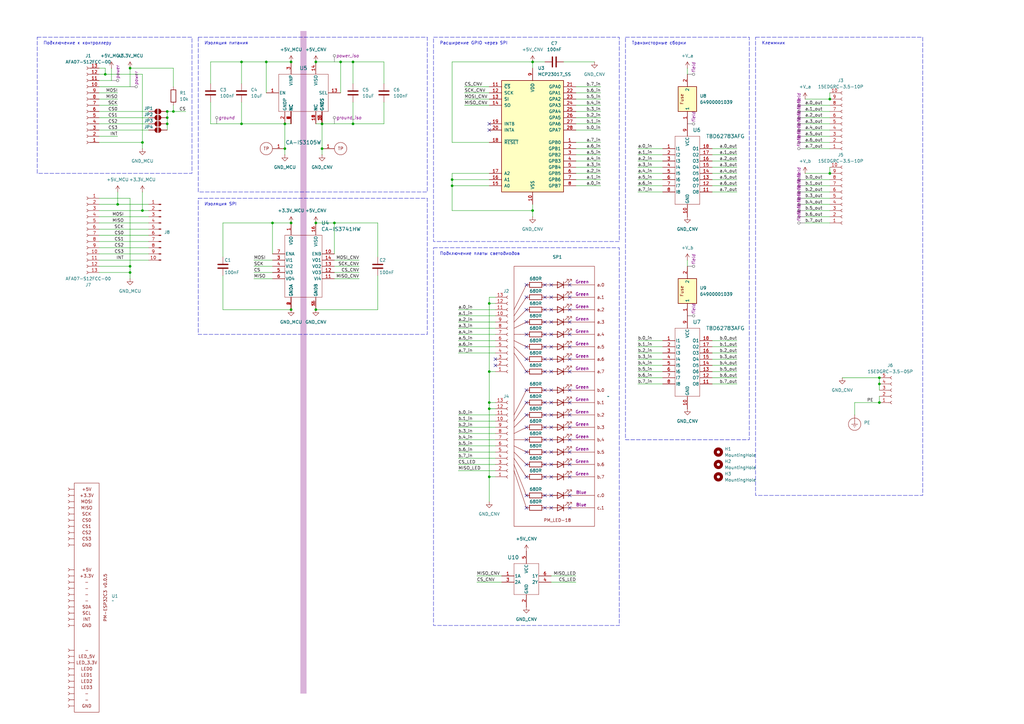
<source format=kicad_sch>
(kicad_sch (version 20250114) (generator "eeschema") (generator_version "9.0")
  (paper "A3")
  (title_block (title "${article} v${version}"))
  (rectangle (start 309.88 15.24) (end 378.46 203.2) (stroke (width 0) (type dash)))
  (rectangle (start 256.54 15.24) (end 307.34 180.34) (stroke (width 0) (type dash)))
  (rectangle (start 81.28 15.24) (end 175.26 78.74) (stroke (width 0) (type dash)))
  (rectangle (start 177.8 15.24) (end 254 99.06) (stroke (width 0) (type dash)))
  (rectangle (start 15.24 15.24) (end 78.74 71.12) (stroke (width 0) (type dash)))
  (rectangle (start 177.8 101.6) (end 254 256.54) (stroke (width 0) (type dash)))
  (rectangle (start 81.28 81.28) (end 175.26 137.16) (stroke (width 0) (type dash)))
  (rectangle (start 123.19 12.7) (end 125.73 284.48) (stroke (width -0.0001) (type dot) (color 72 0 0 0.68)) (fill (type color) (color 132 0 132 0.3)))
  (text "Изоляция SPI" (at 83.82 83.82 0) (effects (font (size 1.27 1.27)) (justify left)))
  (text "Расширение GPIO через SPI" (at 180.34 17.78 0) (effects (font (size 1.27 1.27)) (justify left)))
  (text "Подключение к контроллеру" (at 17.78 17.78 0) (effects (font (size 1.27 1.27)) (justify left)))
  (text "Транзисторные сборки" (at 259.08 17.78 0) (effects (font (size 1.27 1.27)) (justify left)))
  (text "Подключение платы светодиодов" (at 180.34 104.14 0) (effects (font (size 1.27 1.27)) (justify left)))
  (text "Клеммник" (at 312.42 17.78 0) (effects (font (size 1.27 1.27)) (justify left)))
  (text "Изоляция питания" (at 83.82 17.78 0) (effects (font (size 1.27 1.27)) (justify left)))
  (junction (at 137.16 91.44))
  (junction (at 218.44 86.36))
  (junction (at 360.68 157.48))
  (junction (at 200.66 165.1))
  (junction (at 360.68 154.94))
  (junction (at 340.36 71.12))
  (junction (at 218.44 25.4))
  (junction (at 111.76 91.44))
  (junction (at 340.36 40.64))
  (junction (at 71.12 45.72))
  (junction (at 119.38 25.4))
  (junction (at 58.42 86.36))
  (junction (at 185.42 76.2))
  (junction (at 144.78 50.8))
  (junction (at 200.66 167.64))
  (junction (at 68.58 48.26))
  (junction (at 132.08 60.96))
  (junction (at 58.42 58.42))
  (junction (at 53.34 27.94))
  (junction (at 200.66 124.46))
  (junction (at 116.84 60.96))
  (junction (at 200.66 195.58))
  (junction (at 139.7 25.4))
  (junction (at 116.84 50.8))
  (junction (at 144.78 25.4))
  (junction (at 53.34 109.22))
  (junction (at 129.54 25.4))
  (junction (at 119.38 91.44))
  (junction (at 119.38 127))
  (junction (at 53.34 111.76))
  (junction (at 109.22 25.4))
  (junction (at 185.42 73.66))
  (junction (at 99.06 25.4))
  (junction (at 129.54 91.44))
  (junction (at 48.26 83.82))
  (junction (at 43.18 30.48))
  (junction (at 99.06 50.8))
  (junction (at 200.66 152.4))
  (junction (at 68.58 45.72))
  (junction (at 132.08 50.8))
  (junction (at 68.58 50.8))
  (junction (at 360.68 165.1))
  (junction (at 129.54 127))
  (no_connect (at 233.68 170.18))
  (no_connect (at 226.06 180.34))
  (no_connect (at 215.9 137.16))
  (no_connect (at 223.52 127))
  (no_connect (at 215.9 190.5))
  (no_connect (at 226.06 175.26))
  (no_connect (at 223.52 121.92))
  (no_connect (at 233.68 132.08))
  (no_connect (at 215.9 203.2))
  (no_connect (at 223.52 142.24))
  (no_connect (at 223.52 185.42))
  (no_connect (at 226.06 132.08))
  (no_connect (at 215.9 175.26))
  (no_connect (at 233.68 116.84))
  (no_connect (at 223.52 137.16))
  (no_connect (at 233.68 180.34))
  (no_connect (at 215.9 147.32))
  (no_connect (at 203.2 149.86))
  (no_connect (at 215.9 170.18))
  (no_connect (at 203.2 147.32))
  (no_connect (at 215.9 152.4))
  (no_connect (at 233.68 147.32))
  (no_connect (at 226.06 185.42))
  (no_connect (at 215.9 185.42))
  (no_connect (at 226.06 147.32))
  (no_connect (at 215.9 142.24))
  (no_connect (at 226.06 170.18))
  (no_connect (at 226.06 137.16))
  (no_connect (at 223.52 195.58))
  (no_connect (at 233.68 160.02))
  (no_connect (at 233.68 175.26))
  (no_connect (at 223.52 180.34))
  (no_connect (at 226.06 190.5))
  (no_connect (at 233.68 190.5))
  (no_connect (at 226.06 208.28))
  (no_connect (at 233.68 137.16))
  (no_connect (at 223.52 165.1))
  (no_connect (at 223.52 175.26))
  (no_connect (at 226.06 121.92))
  (no_connect (at 226.06 116.84))
  (no_connect (at 226.06 152.4))
  (no_connect (at 233.68 152.4))
  (no_connect (at 215.9 160.02))
  (no_connect (at 226.06 127))
  (no_connect (at 233.68 142.24))
  (no_connect (at 223.52 132.08))
  (no_connect (at 215.9 208.28))
  (no_connect (at 215.9 165.1))
  (no_connect (at 215.9 127))
  (no_connect (at 233.68 208.28))
  (no_connect (at 200.66 50.8))
  (no_connect (at 200.66 53.34))
  (no_connect (at 223.52 190.5))
  (no_connect (at 223.52 208.28))
  (no_connect (at 215.9 180.34))
  (no_connect (at 226.06 203.2))
  (no_connect (at 233.68 195.58))
  (no_connect (at 233.68 165.1))
  (no_connect (at 226.06 142.24))
  (no_connect (at 223.52 116.84))
  (no_connect (at 215.9 195.58))
  (no_connect (at 223.52 203.2))
  (no_connect (at 233.68 185.42))
  (no_connect (at 223.52 152.4))
  (no_connect (at 226.06 165.1))
  (no_connect (at 233.68 203.2))
  (no_connect (at 226.06 160.02))
  (no_connect (at 215.9 121.92))
  (no_connect (at 226.06 195.58))
  (no_connect (at 215.9 116.84))
  (no_connect (at 223.52 160.02))
  (no_connect (at 233.68 121.92))
  (no_connect (at 223.52 170.18))
  (no_connect (at 233.68 127))
  (no_connect (at 223.52 147.32))
  (no_connect (at 215.9 132.08))
  (wire (pts (xy 203.2 124.46) (xy 200.66 124.46)))
  (wire (pts (xy 246.38 35.56) (xy 236.22 35.56)))
  (wire (pts (xy 132.08 63.5) (xy 132.08 60.96)))
  (wire (pts (xy 246.38 38.1) (xy 236.22 38.1)))
  (wire (pts (xy 86.36 34.29) (xy 86.36 25.4)))
  (wire (pts (xy 302.26 152.4) (xy 292.1 152.4)))
  (wire (pts (xy 330.2 86.36) (xy 340.36 86.36)))
  (wire (pts (xy 302.26 78.74) (xy 292.1 78.74)))
  (wire (pts (xy 203.2 175.26) (xy 187.96 175.26)))
  (wire (pts (xy 104.14 111.76) (xy 111.76 111.76)))
  (wire (pts (xy 40.64 38.1) (xy 48.26 38.1)))
  (wire (pts (xy 203.2 185.42) (xy 187.96 185.42)))
  (wire (pts (xy 246.38 45.72) (xy 236.22 45.72)))
  (wire (pts (xy 137.16 114.3) (xy 147.32 114.3)))
  (wire (pts (xy 203.2 187.96) (xy 187.96 187.96)))
  (wire (pts (xy 185.42 25.4) (xy 218.44 25.4)))
  (wire (pts (xy 360.68 154.94) (xy 360.68 157.48)))
  (wire (pts (xy 218.44 88.9) (xy 218.44 86.36)))
  (wire (pts (xy 246.38 66.04) (xy 236.22 66.04)))
  (wire (pts (xy 71.12 35.56) (xy 71.12 27.94)))
  (wire (pts (xy 281.94 106.68) (xy 281.94 109.22)))
  (wire (pts (xy 40.64 109.22) (xy 53.34 109.22)))
  (wire (pts (xy 91.44 127) (xy 119.38 127)))
  (wire (pts (xy 104.14 109.22) (xy 111.76 109.22)))
  (wire (pts (xy 58.42 78.74) (xy 58.42 86.36)))
  (wire (pts (xy 111.76 91.44) (xy 111.76 104.14)))
  (wire (pts (xy 116.84 63.5) (xy 116.84 60.96)))
  (wire (pts (xy 104.14 114.3) (xy 111.76 114.3)))
  (wire (pts (xy 137.16 109.22) (xy 147.32 109.22)))
  (wire (pts (xy 99.06 34.29) (xy 99.06 25.4)))
  (wire (pts (xy 246.38 71.12) (xy 236.22 71.12)))
  (wire (pts (xy 345.44 154.94) (xy 360.68 154.94)))
  (wire (pts (xy 48.26 83.82) (xy 60.96 83.82)))
  (wire (pts (xy 205.74 236.22) (xy 195.58 236.22)))
  (wire (pts (xy 71.12 43.18) (xy 71.12 45.72)))
  (wire (pts (xy 58.42 86.36) (xy 40.64 86.36)))
  (wire (pts (xy 119.38 91.44) (xy 111.76 91.44)))
  (wire (pts (xy 40.64 58.42) (xy 58.42 58.42)))
  (wire (pts (xy 261.62 152.4) (xy 271.78 152.4)))
  (wire (pts (xy 71.12 45.72) (xy 76.2 45.72)))
  (wire (pts (xy 187.96 193.04) (xy 203.2 193.04)))
  (wire (pts (xy 104.14 106.68) (xy 111.76 106.68)))
  (wire (pts (xy 203.2 172.72) (xy 187.96 172.72)))
  (wire (pts (xy 48.26 78.74) (xy 48.26 83.82)))
  (wire (pts (xy 330.2 78.74) (xy 340.36 78.74)))
  (wire (pts (xy 261.62 139.7) (xy 271.78 139.7)))
  (wire (pts (xy 53.34 114.3) (xy 53.34 111.76)))
  (wire (pts (xy 246.38 50.8) (xy 236.22 50.8)))
  (wire (pts (xy 185.42 73.66) (xy 185.42 76.2)))
  (wire (pts (xy 157.48 50.8) (xy 144.78 50.8)))
  (wire (pts (xy 68.58 48.26) (xy 68.58 50.8)))
  (wire (pts (xy 40.64 53.34) (xy 60.96 53.34)))
  (wire (pts (xy 200.66 121.92) (xy 203.2 121.92)))
  (wire (pts (xy 203.2 177.8) (xy 187.96 177.8)))
  (wire (pts (xy 58.42 58.42) (xy 58.42 60.96)))
  (wire (pts (xy 40.64 45.72) (xy 60.96 45.72)))
  (wire (pts (xy 261.62 78.74) (xy 271.78 78.74)))
  (wire (pts (xy 203.2 182.88) (xy 187.96 182.88)))
  (wire (pts (xy 99.06 41.91) (xy 99.06 50.8)))
  (wire (pts (xy 218.44 25.4) (xy 223.52 25.4)))
  (wire (pts (xy 302.26 63.5) (xy 292.1 63.5)))
  (wire (pts (xy 109.22 25.4) (xy 119.38 25.4)))
  (wire (pts (xy 132.08 60.96) (xy 132.08 50.8)))
  (wire (pts (xy 246.38 58.42) (xy 236.22 58.42)))
  (wire (pts (xy 302.26 157.48) (xy 292.1 157.48)))
  (wire (pts (xy 200.66 43.18) (xy 190.5 43.18)))
  (wire (pts (xy 139.7 38.1) (xy 139.7 25.4)))
  (wire (pts (xy 302.26 142.24) (xy 292.1 142.24)))
  (wire (pts (xy 86.36 50.8) (xy 99.06 50.8)))
  (wire (pts (xy 40.64 104.14) (xy 60.96 104.14)))
  (wire (pts (xy 261.62 154.94) (xy 271.78 154.94)))
  (wire (pts (xy 226.06 236.22) (xy 236.22 236.22)))
  (wire (pts (xy 200.66 58.42) (xy 185.42 58.42)))
  (wire (pts (xy 246.38 53.34) (xy 236.22 53.34)))
  (wire (pts (xy 330.2 83.82) (xy 340.36 83.82)))
  (wire (pts (xy 91.44 113.03) (xy 91.44 127)))
  (wire (pts (xy 340.36 68.58) (xy 340.36 71.12)))
  (wire (pts (xy 68.58 45.72) (xy 71.12 45.72)))
  (wire (pts (xy 58.42 86.36) (xy 60.96 86.36)))
  (wire (pts (xy 302.26 154.94) (xy 292.1 154.94)))
  (wire (pts (xy 116.84 50.8) (xy 119.38 50.8)))
  (wire (pts (xy 40.64 101.6) (xy 60.96 101.6)))
  (wire (pts (xy 330.2 58.42) (xy 340.36 58.42)))
  (wire (pts (xy 200.66 121.92) (xy 200.66 124.46)))
  (wire (pts (xy 218.44 83.82) (xy 218.44 86.36)))
  (wire (pts (xy 144.78 25.4) (xy 139.7 25.4)))
  (wire (pts (xy 302.26 76.2) (xy 292.1 76.2)))
  (wire (pts (xy 116.84 60.96) (xy 116.84 50.8)))
  (wire (pts (xy 330.2 55.88) (xy 340.36 55.88)))
  (wire (pts (xy 91.44 91.44) (xy 111.76 91.44)))
  (wire (pts (xy 246.38 40.64) (xy 236.22 40.64)))
  (wire (pts (xy 302.26 139.7) (xy 292.1 139.7)))
  (wire (pts (xy 261.62 66.04) (xy 271.78 66.04)))
  (wire (pts (xy 137.16 106.68) (xy 147.32 106.68)))
  (wire (pts (xy 246.38 43.18) (xy 236.22 43.18)))
  (wire (pts (xy 40.64 106.68) (xy 60.96 106.68)))
  (wire (pts (xy 68.58 45.72) (xy 68.58 48.26)))
  (wire (pts (xy 68.58 50.8) (xy 68.58 53.34)))
  (wire (pts (xy 360.68 165.1) (xy 350.52 165.1)))
  (wire (pts (xy 185.42 73.66) (xy 200.66 73.66)))
  (wire (pts (xy 261.62 63.5) (xy 271.78 63.5)))
  (wire (pts (xy 48.26 83.82) (xy 40.64 83.82)))
  (wire (pts (xy 302.26 73.66) (xy 292.1 73.66)))
  (wire (pts (xy 154.94 127) (xy 129.54 127)))
  (wire (pts (xy 330.2 71.12) (xy 340.36 71.12)))
  (wire (pts (xy 261.62 68.58) (xy 271.78 68.58)))
  (wire (pts (xy 185.42 76.2) (xy 185.42 86.36)))
  (wire (pts (xy 53.34 27.94) (xy 53.34 35.56)))
  (wire (pts (xy 330.2 73.66) (xy 340.36 73.66)))
  (wire (pts (xy 246.38 63.5) (xy 236.22 63.5)))
  (wire (pts (xy 302.26 144.78) (xy 292.1 144.78)))
  (wire (pts (xy 330.2 45.72) (xy 340.36 45.72)))
  (wire (pts (xy 71.12 27.94) (xy 53.34 27.94)))
  (wire (pts (xy 203.2 165.1) (xy 200.66 165.1)))
  (wire (pts (xy 40.64 30.48) (xy 43.18 30.48)))
  (wire (pts (xy 53.34 81.28) (xy 53.34 109.22)))
  (wire (pts (xy 43.18 30.48) (xy 58.42 30.48)))
  (wire (pts (xy 40.64 50.8) (xy 60.96 50.8)))
  (wire (pts (xy 109.22 38.1) (xy 109.22 25.4)))
  (wire (pts (xy 185.42 71.12) (xy 185.42 73.66)))
  (wire (pts (xy 200.66 71.12) (xy 185.42 71.12)))
  (wire (pts (xy 203.2 195.58) (xy 200.66 195.58)))
  (wire (pts (xy 99.06 25.4) (xy 109.22 25.4)))
  (wire (pts (xy 330.2 76.2) (xy 340.36 76.2)))
  (wire (pts (xy 43.18 27.94) (xy 43.18 30.48)))
  (wire (pts (xy 246.38 76.2) (xy 236.22 76.2)))
  (wire (pts (xy 40.64 93.98) (xy 60.96 93.98)))
  (wire (pts (xy 302.26 149.86) (xy 292.1 149.86)))
  (wire (pts (xy 40.64 48.26) (xy 60.96 48.26)))
  (wire (pts (xy 154.94 113.03) (xy 154.94 127)))
  (wire (pts (xy 200.66 35.56) (xy 190.5 35.56)))
  (wire (pts (xy 340.36 38.1) (xy 340.36 40.64)))
  (wire (pts (xy 360.68 157.48) (xy 360.68 160.02)))
  (wire (pts (xy 360.68 162.56) (xy 360.68 165.1)))
  (wire (pts (xy 40.64 91.44) (xy 60.96 91.44)))
  (wire (pts (xy 203.2 142.24) (xy 187.96 142.24)))
  (wire (pts (xy 157.48 41.91) (xy 157.48 50.8)))
  (wire (pts (xy 137.16 91.44) (xy 129.54 91.44)))
  (wire (pts (xy 302.26 60.96) (xy 292.1 60.96)))
  (wire (pts (xy 281.94 27.94) (xy 281.94 30.48)))
  (wire (pts (xy 40.64 111.76) (xy 53.34 111.76)))
  (wire (pts (xy 58.42 30.48) (xy 58.42 58.42)))
  (wire (pts (xy 200.66 124.46) (xy 200.66 152.4)))
  (wire (pts (xy 203.2 134.62) (xy 187.96 134.62)))
  (wire (pts (xy 205.74 238.76) (xy 195.58 238.76)))
  (wire (pts (xy 203.2 144.78) (xy 187.96 144.78)))
  (wire (pts (xy 203.2 139.7) (xy 187.96 139.7)))
  (wire (pts (xy 40.64 33.02) (xy 45.72 33.02)))
  (wire (pts (xy 144.78 34.29) (xy 144.78 25.4)))
  (wire (pts (xy 302.26 66.04) (xy 292.1 66.04)))
  (wire (pts (xy 203.2 152.4) (xy 200.66 152.4)))
  (wire (pts (xy 137.16 104.14) (xy 137.16 91.44)))
  (wire (pts (xy 200.66 152.4) (xy 200.66 165.1)))
  (wire (pts (xy 185.42 58.42) (xy 185.42 25.4)))
  (wire (pts (xy 261.62 142.24) (xy 271.78 142.24)))
  (wire (pts (xy 40.64 99.06) (xy 60.96 99.06)))
  (wire (pts (xy 40.64 55.88) (xy 48.26 55.88)))
  (wire (pts (xy 203.2 132.08) (xy 187.96 132.08)))
  (wire (pts (xy 40.64 88.9) (xy 60.96 88.9)))
  (wire (pts (xy 144.78 41.91) (xy 144.78 50.8)))
  (wire (pts (xy 246.38 60.96) (xy 236.22 60.96)))
  (wire (pts (xy 203.2 180.34) (xy 187.96 180.34)))
  (wire (pts (xy 261.62 60.96) (xy 271.78 60.96)))
  (wire (pts (xy 86.36 25.4) (xy 99.06 25.4)))
  (wire (pts (xy 261.62 144.78) (xy 271.78 144.78)))
  (wire (pts (xy 302.26 71.12) (xy 292.1 71.12)))
  (wire (pts (xy 330.2 43.18) (xy 340.36 43.18)))
  (wire (pts (xy 302.26 68.58) (xy 292.1 68.58)))
  (wire (pts (xy 203.2 137.16) (xy 187.96 137.16)))
  (wire (pts (xy 246.38 48.26) (xy 236.22 48.26)))
  (wire (pts (xy 144.78 50.8) (xy 132.08 50.8)))
  (wire (pts (xy 40.64 27.94) (xy 43.18 27.94)))
  (wire (pts (xy 203.2 167.64) (xy 200.66 167.64)))
  (wire (pts (xy 261.62 73.66) (xy 271.78 73.66)))
  (wire (pts (xy 99.06 50.8) (xy 116.84 50.8)))
  (wire (pts (xy 261.62 149.86) (xy 271.78 149.86)))
  (wire (pts (xy 261.62 76.2) (xy 271.78 76.2)))
  (wire (pts (xy 330.2 91.44) (xy 340.36 91.44)))
  (wire (pts (xy 154.94 105.41) (xy 154.94 91.44)))
  (wire (pts (xy 261.62 147.32) (xy 271.78 147.32)))
  (wire (pts (xy 261.62 157.48) (xy 271.78 157.48)))
  (wire (pts (xy 185.42 76.2) (xy 200.66 76.2)))
  (wire (pts (xy 330.2 53.34) (xy 340.36 53.34)))
  (wire (pts (xy 45.72 27.94) (xy 45.72 33.02)))
  (wire (pts (xy 330.2 88.9) (xy 340.36 88.9)))
  (wire (pts (xy 91.44 105.41) (xy 91.44 91.44)))
  (wire (pts (xy 330.2 50.8) (xy 340.36 50.8)))
  (wire (pts (xy 40.64 40.64) (xy 48.26 40.64)))
  (wire (pts (xy 200.66 195.58) (xy 200.66 205.74)))
  (wire (pts (xy 200.66 38.1) (xy 190.5 38.1)))
  (wire (pts (xy 200.66 165.1) (xy 200.66 167.64)))
  (wire (pts (xy 261.62 71.12) (xy 271.78 71.12)))
  (wire (pts (xy 243.84 25.4) (xy 231.14 25.4)))
  (wire (pts (xy 203.2 127) (xy 187.96 127)))
  (wire (pts (xy 139.7 25.4) (xy 129.54 25.4)))
  (wire (pts (xy 218.44 25.4) (xy 218.44 27.94)))
  (wire (pts (xy 154.94 91.44) (xy 137.16 91.44)))
  (wire (pts (xy 187.96 190.5) (xy 203.2 190.5)))
  (wire (pts (xy 218.44 86.36) (xy 185.42 86.36)))
  (wire (pts (xy 86.36 41.91) (xy 86.36 50.8)))
  (wire (pts (xy 330.2 81.28) (xy 340.36 81.28)))
  (wire (pts (xy 200.66 167.64) (xy 200.66 195.58)))
  (wire (pts (xy 302.26 147.32) (xy 292.1 147.32)))
  (wire (pts (xy 330.2 60.96) (xy 340.36 60.96)))
  (wire (pts (xy 203.2 170.18) (xy 187.96 170.18)))
  (wire (pts (xy 40.64 96.52) (xy 60.96 96.52)))
  (wire (pts (xy 203.2 129.54) (xy 187.96 129.54)))
  (wire (pts (xy 40.64 81.28) (xy 53.34 81.28)))
  (wire (pts (xy 246.38 73.66) (xy 236.22 73.66)))
  (wire (pts (xy 129.54 50.8) (xy 132.08 50.8)))
  (wire (pts (xy 226.06 238.76) (xy 236.22 238.76)))
  (wire (pts (xy 330.2 40.64) (xy 340.36 40.64)))
  (wire (pts (xy 137.16 111.76) (xy 147.32 111.76)))
  (wire (pts (xy 157.48 34.29) (xy 157.48 25.4)))
  (wire (pts (xy 246.38 68.58) (xy 236.22 68.58)))
  (wire (pts (xy 330.2 48.26) (xy 340.36 48.26)))
  (wire (pts (xy 40.64 35.56) (xy 53.34 35.56)))
  (wire (pts (xy 53.34 111.76) (xy 53.34 109.22)))
  (wire (pts (xy 157.48 25.4) (xy 144.78 25.4)))
  (wire (pts (xy 200.66 40.64) (xy 190.5 40.64)))
  (wire (pts (xy 40.64 43.18) (xy 48.26 43.18)))
  (wire (pts (xy 350.52 165.1) (xy 350.52 170.18)))
  (label "CS_LED" (at 236.22 238.76 180))
  (label "b.6_out" (at 330.2 88.9 0))
  (label "a.0_out" (at 302.26 60.96 180))
  (label "CS3" (at 50.8 104.14 180))
  (label "b.6_out" (at 302.26 154.94 180))
  (label "SCK" (at 50.8 93.98 180))
  (label "b.4_out" (at 330.2 83.82 0))
  (label "MISO_LED" (at 187.96 193.04 0))
  (label "a.5_out" (at 302.26 73.66 180))
  (label "MOSI_CNV" (at 147.32 106.68 180))
  (label "a.7_out" (at 302.26 78.74 180))
  (label "CS1" (at 50.8 99.06 180))
  (label "b.0_in" (at 261.62 139.7 0))
  (label "MISO_CNV" (at 147.32 114.3 180))
  (label "a.1_in" (at 187.96 129.54 0))
  (label "b.4_in" (at 261.62 149.86 0))
  (label "b.1_in" (at 261.62 142.24 0))
  (label "a.4_in" (at 246.38 66.04 180))
  (label "CS_CNV" (at 195.58 238.76 0))
  (label "MOSI" (at 48.26 38.1 180))
  (label "CS" (at 76.2 45.72 180))
  (label "b.6_in" (at 246.38 38.1 180))
  (label "a.4_in" (at 261.62 71.12 0))
  (label "b.3_out" (at 302.26 147.32 180))
  (label "a.7_in" (at 261.62 78.74 0))
  (label "a.2_out" (at 330.2 48.26 0))
  (label "a.6_out" (at 330.2 58.42 0))
  (label "a.7_in" (at 246.38 58.42 180))
  (label "a.4_out" (at 302.26 71.12 180))
  (label "b.6_in" (at 187.96 185.42 0))
  (label "b.3_in" (at 187.96 177.8 0))
  (label "b.7_out" (at 302.26 157.48 180))
  (label "a.3_in" (at 261.62 68.58 0))
  (label "MOSI" (at 104.14 106.68 0))
  (label "b.0_out" (at 330.2 73.66 0))
  (label "a.5_out" (at 330.2 55.88 0))
  (label "b.4_in" (at 246.38 43.18 180))
  (label "a.0_in" (at 246.38 76.2 180))
  (label "b.4_out" (at 302.26 149.86 180))
  (label "PE" (at 355.6 165.1 0))
  (label "CS3" (at 48.26 53.34 180))
  (label "b.4_in" (at 187.96 180.34 0))
  (label "b.3_in" (at 246.38 45.72 180))
  (label "a.2_in" (at 246.38 71.12 180))
  (label "b.2_out" (at 330.2 78.74 0))
  (label "SCK_CNV" (at 147.32 109.22 180))
  (label "MISO" (at 48.26 40.64 180))
  (label "CS2" (at 48.26 50.8 180))
  (label "b.0_in" (at 246.38 53.34 180))
  (label "a.0_out" (at 330.2 43.18 0))
  (label "b.1_in" (at 246.38 50.8 180))
  (label "a.6_in" (at 261.62 76.2 0))
  (label "a.2_in" (at 187.96 132.08 0))
  (label "a.3_in" (at 187.96 134.62 0))
  (label "a.1_in" (at 261.62 63.5 0))
  (label "a.6_in" (at 187.96 142.24 0))
  (label "a.2_out" (at 302.26 66.04 180))
  (label "CS" (at 104.14 111.76 0))
  (label "CS2" (at 50.8 101.6 180))
  (label "a.5_in" (at 261.62 73.66 0))
  (label "MOSI" (at 50.8 88.9 180))
  (label "b.0_in" (at 187.96 170.18 0))
  (label "a.3_out" (at 302.26 68.58 180))
  (label "a.5_in" (at 187.96 139.7 0))
  (label "MISO_LED" (at 236.22 236.22 180))
  (label "CS0" (at 48.26 45.72 180))
  (label "a.0_in" (at 261.62 60.96 0))
  (label "MOSI_CNV" (at 190.5 40.64 0))
  (label "INT" (at 50.8 106.68 180))
  (label "b.5_out" (at 302.26 152.4 180))
  (label "b.7_in" (at 261.62 157.48 0))
  (label "b.1_out" (at 330.2 76.2 0))
  (label "b.5_in" (at 261.62 152.4 0))
  (label "b.5_in" (at 187.96 182.88 0))
  (label "b.1_in" (at 187.96 172.72 0))
  (label "a.1_out" (at 302.26 63.5 180))
  (label "a.1_in" (at 246.38 73.66 180))
  (label "b.7_out" (at 330.2 91.44 0))
  (label "CS0" (at 50.8 96.52 180))
  (label "INT" (at 48.26 55.88 180))
  (label "a.7_out" (at 330.2 60.96 0))
  (label "a.6_out" (at 302.26 76.2 180))
  (label "MISO" (at 104.14 114.3 0))
  (label "a.3_in" (at 246.38 68.58 180))
  (label "a.1_out" (at 330.2 45.72 0))
  (label "b.1_out" (at 302.26 142.24 180))
  (label "CS1" (at 48.26 48.26 180))
  (label "b.3_in" (at 261.62 147.32 0))
  (label "b.5_in" (at 246.38 40.64 180))
  (label "b.7_in" (at 246.38 35.56 180))
  (label "CS_CNV" (at 190.5 35.56 0))
  (label "b.6_in" (at 261.62 154.94 0))
  (label "b.2_in" (at 187.96 175.26 0))
  (label "b.2_out" (at 302.26 144.78 180))
  (label "SCK" (at 104.14 109.22 0))
  (label "CS_CNV" (at 147.32 111.76 180))
  (label "a.2_in" (at 261.62 66.04 0))
  (label "CS_LED" (at 187.96 190.5 0))
  (label "a.7_in" (at 187.96 144.78 0))
  (label "a.0_in" (at 187.96 127 0))
  (label "a.3_out" (at 330.2 50.8 0))
  (label "MISO_CNV" (at 195.58 236.22 0))
  (label "b.0_out" (at 302.26 139.7 180))
  (label "a.4_in" (at 187.96 137.16 0))
  (label "SCK_CNV" (at 190.5 38.1 0))
  (label "SCK" (at 48.26 43.18 180))
  (label "b.5_out" (at 330.2 86.36 0))
  (label "a.5_in" (at 246.38 63.5 180))
  (label "b.2_in" (at 261.62 144.78 0))
  (label "b.2_in" (at 246.38 48.26 180))
  (label "a.6_in" (at 246.38 60.96 180))
  (label "b.7_in" (at 187.96 187.96 0))
  (label "MISO" (at 50.8 91.44 180))
  (label "a.4_out" (at 330.2 53.34 0))
  (label "MISO_CNV" (at 190.5 43.18 0))
  (label "b.3_out" (at 330.2 81.28 0))
  (netclass_flag "" (length 2.54) (shape round) (at 281.94 30.48 270) (property "Netclass" "field" (at 284.48 29.7815 90) (effects (font (italic yes)) (justify left))))
  (netclass_flag "" (length 2.54) (shape round) (at 137.16 25.4 0) (property "Netclass" "power_iso" (at 137.8585 22.86 0) (effects (font (italic yes)) (justify left))))
  (netclass_flag "" (length 2.54) (shape round) (at 330.2 45.72 90) (property "Netclass" "field" (at 327.66 45.0215 90) (effects (font (italic yes)) (justify left))))
  (netclass_flag "" (length 2.54) (shape round) (at 281.94 50.8 270) (property "Netclass" "field" (at 284.48 50.1015 90) (effects (font (italic yes)) (justify left))))
  (netclass_flag "" (length 2.54) (shape round) (at 330.2 43.18 90) (property "Netclass" "field" (at 327.66 42.4815 90) (effects (font (italic yes)) (justify left))))
  (netclass_flag "" (length 2.54) (shape round) (at 330.2 91.44 90) (property "Netclass" "field" (at 327.66 90.7415 90) (effects (font (italic yes)) (justify left))))
  (netclass_flag "" (length 2.54) (shape round) (at 137.16 50.8 0) (property "Netclass" "ground_iso" (at 137.8585 48.26 0) (effects (font (italic yes)) (justify left))))
  (netclass_flag "" (length 2.54) (shape round) (at 330.2 73.66 90) (property "Netclass" "field" (at 327.66 72.9615 90) (effects (font (italic yes)) (justify left))))
  (netclass_flag "" (length 2.54) (shape round) (at 330.2 60.96 90) (property "Netclass" "field" (at 327.66 60.2615 90) (effects (font (italic yes)) (justify left))))
  (netclass_flag "" (length 2.54) (shape round) (at 330.2 83.82 90) (property "Netclass" "field" (at 327.66 83.1215 90) (effects (font (italic yes)) (justify left))))
  (netclass_flag "" (length 2.54) (shape round) (at 53.34 35.56 270) (property "Netclass" "power" (at 55.88 34.8615 90) (effects (font (italic yes)) (justify left))))
  (netclass_flag "" (length 2.54) (shape round) (at 330.2 48.26 90) (property "Netclass" "field" (at 327.66 47.5615 90) (effects (font (italic yes)) (justify left))))
  (netclass_flag "" (length 2.54) (shape round) (at 330.2 81.28 90) (property "Netclass" "field" (at 327.66 80.5815 90) (effects (font (italic yes)) (justify left))))
  (netclass_flag "" (length 2.54) (shape round) (at 88.9 50.8 0) (property "Netclass" "ground" (at 89.5985 48.26 0) (effects (font (italic yes)) (justify left))))
  (netclass_flag "" (length 2.54) (shape round) (at 281.94 109.22 270) (property "Netclass" "field" (at 284.48 108.5215 90) (effects (font (italic yes)) (justify left))))
  (netclass_flag "" (length 2.54) (shape round) (at 45.72 33.02 270) (property "Netclass" "power" (at 48.26 32.3215 90) (effects (font (italic yes)) (justify left))))
  (netclass_flag "" (length 2.54) (shape round) (at 330.2 88.9 90) (property "Netclass" "field" (at 327.66 88.2015 90) (effects (font (italic yes)) (justify left))))
  (netclass_flag "" (length 2.54) (shape round) (at 330.2 86.36 90) (property "Netclass" "field" (at 327.66 85.6615 90) (effects (font (italic yes)) (justify left))))
  (netclass_flag "" (length 2.54) (shape round) (at 330.2 76.2 90) (property "Netclass" "field" (at 327.66 75.5015 90) (effects (font (italic yes)) (justify left))))
  (netclass_flag "" (length 2.54) (shape round) (at 330.2 78.74 90) (property "Netclass" "field" (at 327.66 78.0415 90) (effects (font (italic yes)) (justify left))))
  (netclass_flag "" (length 2.54) (shape round) (at 281.94 129.54 270) (property "Netclass" "field" (at 284.48 128.8415 90) (effects (font (italic yes)) (justify left))))
  (netclass_flag "" (length 2.54) (shape round) (at 330.2 53.34 90) (property "Netclass" "field" (at 327.66 52.6415 90) (effects (font (italic yes)) (justify left))))
  (netclass_flag "" (length 2.54) (shape round) (at 330.2 58.42 90) (property "Netclass" "field" (at 327.66 57.7215 90) (effects (font (italic yes)) (justify left))))
  (netclass_flag "" (length 2.54) (shape round) (at 330.2 50.8 90) (property "Netclass" "field" (at 327.66 50.1015 90) (effects (font (italic yes)) (justify left))))
  (netclass_flag "" (length 2.54) (shape round) (at 330.2 55.88 90) (property "Netclass" "field" (at 327.66 55.1815 90) (effects (font (italic yes)) (justify left))))
  (symbol (lib_id "power:GND") (at 200.66 205.74 0) (unit 1)
    (property "Reference" "#PWR020" (effects (hide yes)))
    (property "Value" "GND_CNV" (at 200.66 210.82 0))
    (property "Description" "Power symbol creates a global label with name \"GND\" , ground" (effects (hide yes)))
  )
  (symbol (lib_id "kicad_inventree_lib:R_680R_0603_1%") (at 219.71 165.1 90) (unit 1) (on_board no)
    (property "Reference" "R11" (effects (hide yes)))
    (property "Value" "680R" (at 219.71 162.56 90))
    (property "Footprint" "Resistor_SMD:R_0603_1608Metric" (effects (hide yes)))
    (property "Datasheet" "http://inventree.network/part/281/" (effects (hide yes)))
    (property "Description" "Resistor" (effects (hide yes)))
    (property "part_ipn" "R_680R_0603_1%" (effects (hide yes)))
  )
  (symbol (lib_id "power:+3.3V") (at 119.38 91.44 0) (unit 1)
    (property "Reference" "#PWR09" (effects (hide yes)))
    (property "Value" "+3.3V_MCU" (at 119.38 86.36 0))
    (property "Description" "Power symbol creates a global label with name \"+3.3V\"" (effects (hide yes)))
  )
  (symbol (lib_id "Jumper:SolderJumper_2_Open") (at 64.77 45.72 0) (unit 1) (exclude_from_sim yes) (in_bom no)
    (property "Reference" "JP1" (at 60.96 44.45 0))
    (property "Value" "SolderJumper_2_Open" (effects (hide yes)))
    (property "Footprint" "Jumper:SolderJumper-2_P1.3mm_Open_RoundedPad1.0x1.5mm" (effects (hide yes)))
    (property "Description" "Solder Jumper, 2-pole, open" (effects (hide yes)))
  )
  (symbol (lib_id "kicad_inventree_lib:C_100nF_16V_0603_MLCC-X7R") (at 91.44 109.22 0) (unit 1)
    (property "Reference" "C1" (at 92.075 106.68 0) (effects (justify left)))
    (property "Value" "100nF" (at 92.075 111.76 0) (effects (justify left)))
    (property "Footprint" "Capacitor_SMD:C_0603_1608Metric" (effects (hide yes)))
    (property "Datasheet" "http://inventree.network/part/221" (effects (hide yes)))
    (property "Description" "Unpolarized capacitor" (effects (hide yes)))
    (property "part_ipn" "C_100nF_16V_0603_MLCC-X7R" (effects (hide yes)))
  )
  (symbol (lib_id "power:GND") (at 345.44 154.94 0) (mirror y) (unit 1)
    (property "Reference" "#PWR022" (effects (hide yes)))
    (property "Value" "GND_CNV" (at 345.44 160.02 0))
    (property "Description" "Power symbol creates a global label with name \"GND\" , ground" (effects (hide yes)))
  )
  (symbol (lib_id "kicad_inventree_lib:R_680R_0603_1%") (at 219.71 180.34 90) (unit 1) (on_board no)
    (property "Reference" "R14" (effects (hide yes)))
    (property "Value" "680R" (at 219.71 177.8 90))
    (property "Footprint" "Resistor_SMD:R_0603_1608Metric" (effects (hide yes)))
    (property "Datasheet" "http://inventree.network/part/281/" (effects (hide yes)))
    (property "Description" "Resistor" (effects (hide yes)))
    (property "part_ipn" "R_680R_0603_1%" (effects (hide yes)))
  )
  (symbol (lib_id "kicad_inventree_lib:C_10uF_16V_0805_MLCC-X5R") (at 99.06 38.1 0) (unit 1)
    (property "Reference" "C4" (at 102.87 36.8299 0) (effects (justify left)))
    (property "Value" "10uF" (at 102.87 39.3699 0) (effects (justify left)))
    (property "Footprint" "Capacitor_SMD:C_0805_2012Metric" (effects (hide yes)))
    (property "Datasheet" "http://inventree.network/part/261/" (effects (hide yes)))
    (property "Description" "Unpolarized capacitor" (effects (hide yes)))
    (property "part_ipn" "C_10uF_16V_0805_MLCC-X5R" (effects (hide yes)))
  )
  (symbol (lib_id "Jumper:SolderJumper_2_Open") (at 64.77 48.26 0) (unit 1) (exclude_from_sim yes) (in_bom no)
    (property "Reference" "JP2" (at 60.96 46.99 0))
    (property "Value" "SolderJumper_2_Open" (effects (hide yes)))
    (property "Footprint" "Jumper:SolderJumper-2_P1.3mm_Open_RoundedPad1.0x1.5mm" (effects (hide yes)))
    (property "Description" "Solder Jumper, 2-pole, open" (effects (hide yes)))
  )
  (symbol (lib_id "kicad_inventree_lib:SN74LVC2G14DBVR") (at 215.9 231.14 0) (unit 1)
    (property "Reference" "U10" (at 212.8835 228.6 0) (effects (font (size 1.524 1.524)) (justify right)))
    (property "Value" "SN74LVC2G14DBVR" (effects (hide yes)))
    (property "Footprint" "kicad_inventree_lib:DBV6-M" (effects (hide yes)))
    (property "Datasheet" "http://inventree.network/part/216/" (effects (hide yes)))
    (property "part_ipn" "SN74LVC2G14DBVR" (effects (hide yes)))
  )
  (symbol (lib_id "Mechanical:MountingHole") (at 294.64 185.42 0) (unit 1) (exclude_from_sim yes) (in_bom no)
    (property "Reference" "H1" (at 297.18 184.1499 0) (effects (justify left)))
    (property "Value" "MountingHole" (at 297.18 186.6899 0) (effects (justify left)))
    (property "Footprint" "MountingHole:MountingHole_3.2mm_M3" (effects (hide yes)))
    (property "Description" "Mounting Hole without connection" (effects (hide yes)))
  )
  (symbol (lib_id "Mechanical:MountingHole") (at 294.64 195.58 0) (unit 1) (exclude_from_sim yes) (in_bom no)
    (property "Reference" "H3" (at 297.18 194.3099 0) (effects (justify left)))
    (property "Value" "MountingHole" (at 297.18 196.8499 0) (effects (justify left)))
    (property "Footprint" "MountingHole:MountingHole_3.2mm_M3" (effects (hide yes)))
    (property "Description" "Mounting Hole without connection" (effects (hide yes)))
  )
  (symbol (lib_id "kicad_inventree_lib:XL-1606SYGC") (at 229.87 147.32 180) (unit 1) (on_board no)
    (property "Reference" "D7" (effects (hide yes)))
    (property "Value" "XL-1606SYGC" (effects (hide yes)))
    (property "Footprint" "kicad_inventree_lib:XL-1606" (effects (hide yes)))
    (property "Datasheet" "http://inventree.network/part/278/" (effects (hide yes)))
    (property "Description" "Green" (at 238.76 146.05 0))
    (property "part_ipn" "XL-1606SYGC" (effects (hide yes)))
  )
  (symbol (lib_id "kicad_inventree_lib:5117") (at 132.08 60.96 0) (unit 1)
    (property "Reference" "U2" (effects (hide yes)))
    (property "Value" "5117" (effects (hide yes)))
    (property "Footprint" "kicad_inventree_lib:5117" (effects (hide yes)))
    (property "Datasheet" "http://inventree.network/part/282/" (effects (hide yes)))
    (property "Description" "KEYSTONE - 5117 - TEST POINT, PCB, BLUE, THROUGH HOLE" (effects (hide yes)))
    (property "Height" "4.57" (effects (hide yes)))
    (property "part_ipn" "Keystone_5117" (effects (hide yes)))
  )
  (symbol (lib_id "power:+3.3V") (at 53.34 27.94 0) (unit 1)
    (property "Reference" "#PWR02" (effects (hide yes)))
    (property "Value" "+3.3V_MCU" (at 53.34 22.86 0))
    (property "Description" "Power symbol creates a global label with name \"+3.3V\"" (effects (hide yes)))
  )
  (symbol (lib_id "power:+5V") (at 48.26 78.74 0) (unit 1)
    (property "Reference" "#PWR025" (effects (hide yes)))
    (property "Value" "+5V_MCU" (at 48.26 73.66 0))
    (property "Description" "Power symbol creates a global label with name \"+5V\"" (effects (hide yes)))
  )
  (symbol (lib_id "kicad_inventree_lib:AFA07-S12FCC-00") (at 35.56 48.26 180) (unit 1)
    (property "Reference" "J1" (at 36.195 22.86 0))
    (property "Value" "AFA07-S12FCC-00" (at 36.195 25.4 0))
    (property "Footprint" "kicad_inventree_lib:CONN10_AFA07-S12_JUS" (effects (hide yes)))
    (property "Description" "Generic connector, single row, 01x10, script generated" (effects (hide yes)))
    (property "part_ipn" "AFA07-S12FCC-00" (effects (hide yes)))
  )
  (symbol (lib_id "kicad_inventree_lib:CA-IS3741HW") (at 124.46 96.52 0) (unit 1)
    (property "Reference" "U4" (at 131.7341 91.44 0) (effects (font (size 1.524 1.524)) (justify left)))
    (property "Value" "CA-IS3741HW" (at 131.7341 93.98 0) (effects (font (size 1.524 1.524)) (justify left)))
    (property "Footprint" "kicad_inventree_lib:SOIC16-WBW_CLG-M" (effects (hide yes)))
    (property "Datasheet" "http://inventree.network/part/203/" (effects (hide yes)))
    (property "part_ipn" "CA-IS3741HW" (effects (hide yes)))
  )
  (symbol (lib_id "kicad_inventree_lib:R_680R_0603_1%") (at 219.71 195.58 90) (unit 1) (on_board no)
    (property "Reference" "R17" (effects (hide yes)))
    (property "Value" "680R" (at 219.71 193.04 90))
    (property "Footprint" "Resistor_SMD:R_0603_1608Metric" (effects (hide yes)))
    (property "Datasheet" "http://inventree.network/part/281/" (effects (hide yes)))
    (property "Description" "Resistor" (effects (hide yes)))
    (property "part_ipn" "R_680R_0603_1%" (effects (hide yes)))
  )
  (symbol (lib_id "Jumper:SolderJumper_2_Open") (at 64.77 50.8 0) (unit 1) (exclude_from_sim yes) (in_bom no)
    (property "Reference" "JP3" (at 60.96 49.53 0))
    (property "Value" "SolderJumper_2_Open" (effects (hide yes)))
    (property "Footprint" "Jumper:SolderJumper-2_P1.3mm_Open_RoundedPad1.0x1.5mm" (effects (hide yes)))
    (property "Description" "Solder Jumper, 2-pole, open" (effects (hide yes)))
  )
  (symbol (lib_id "power:+5V") (at 45.72 27.94 0) (unit 1)
    (property "Reference" "#PWR01" (effects (hide yes)))
    (property "Value" "+5V_MCU" (at 45.72 22.86 0))
    (property "Description" "Power symbol creates a global label with name \"+5V\"" (effects (hide yes)))
  )
  (symbol (lib_id "power:GND") (at 215.9 248.92 0) (unit 1)
    (property "Reference" "#PWR27" (effects (hide yes)))
    (property "Value" "GND_CNV" (at 215.9 254 0))
    (property "Description" "Power symbol creates a global label with name \"GND\" , ground" (effects (hide yes)))
  )
  (symbol (lib_id "power:GND") (at 218.44 88.9 0) (mirror y) (unit 1)
    (property "Reference" "#PWR05" (effects (hide yes)))
    (property "Value" "GND_CNV" (at 218.44 93.98 0))
    (property "Description" "Power symbol creates a global label with name \"GND\" , ground" (effects (hide yes)))
  )
  (symbol (lib_id "kicad_inventree_lib:R_680R_0603_1%") (at 219.71 190.5 90) (unit 1) (on_board no)
    (property "Reference" "R16" (effects (hide yes)))
    (property "Value" "680R" (at 219.71 187.96 90))
    (property "Footprint" "Resistor_SMD:R_0603_1608Metric" (effects (hide yes)))
    (property "Datasheet" "http://inventree.network/part/281/" (effects (hide yes)))
    (property "Description" "Resistor" (effects (hide yes)))
    (property "part_ipn" "R_680R_0603_1%" (effects (hide yes)))
  )
  (symbol (lib_id "kicad_inventree_lib:XL-1606SYGC") (at 229.87 165.1 180) (unit 1) (on_board no)
    (property "Reference" "D10" (effects (hide yes)))
    (property "Value" "XL-1606SYGC" (effects (hide yes)))
    (property "Footprint" "kicad_inventree_lib:XL-1606" (effects (hide yes)))
    (property "Datasheet" "http://inventree.network/part/278/" (effects (hide yes)))
    (property "Description" "Green" (at 238.76 163.83 0))
    (property "part_ipn" "XL-1606SYGC" (effects (hide yes)))
  )
  (symbol (lib_id "power:GND") (at 281.94 88.9 0) (mirror y) (unit 1)
    (property "Reference" "#PWR06" (effects (hide yes)))
    (property "Value" "GND_CNV" (at 281.94 93.98 0))
    (property "Description" "Power symbol creates a global label with name \"GND\" , ground" (effects (hide yes)))
  )
  (symbol (lib_id "kicad_inventree_lib:XL-1606UBC") (at 229.87 208.28 180) (unit 1) (on_board no)
    (property "Reference" "D18" (effects (hide yes)))
    (property "Value" "XL-1606UBC" (effects (hide yes)))
    (property "Footprint" "kicad_inventree_lib:XL-1606" (effects (hide yes)))
    (property "Datasheet" "http://inventree.network/part/277/" (effects (hide yes)))
    (property "Description" "Blue" (at 236.22 207.01 0) (effects (justify right)))
    (property "part_ipn" "XL-1606UBC" (effects (hide yes)))
  )
  (symbol (lib_id "kicad_inventree_lib:XL-1606SYGC") (at 229.87 142.24 180) (unit 1) (on_board no)
    (property "Reference" "D6" (effects (hide yes)))
    (property "Value" "XL-1606SYGC" (effects (hide yes)))
    (property "Footprint" "kicad_inventree_lib:XL-1606" (effects (hide yes)))
    (property "Datasheet" "http://inventree.network/part/278/" (effects (hide yes)))
    (property "Description" "Green" (at 238.76 140.97 0))
    (property "part_ipn" "XL-1606SYGC" (effects (hide yes)))
  )
  (symbol (lib_id "kicad_inventree_lib:R_680R_0603_1%") (at 219.71 137.16 90) (unit 1) (on_board no)
    (property "Reference" "R6" (effects (hide yes)))
    (property "Value" "680R" (at 219.71 134.62 90))
    (property "Footprint" "Resistor_SMD:R_0603_1608Metric" (effects (hide yes)))
    (property "Datasheet" "http://inventree.network/part/281/" (effects (hide yes)))
    (property "Description" "Resistor" (effects (hide yes)))
    (property "part_ipn" "R_680R_0603_1%" (effects (hide yes)))
  )
  (symbol (lib_name "5117_1") (lib_id "kicad_inventree_lib:5117") (at 116.84 60.96 180) (unit 1)
    (property "Reference" "U11" (effects (hide yes)))
    (property "Value" "5117" (effects (hide yes)))
    (property "Footprint" "kicad_inventree_lib:5117" (effects (hide yes)))
    (property "Datasheet" "http://inventree.network/part/282/" (effects (hide yes)))
    (property "Description" "KEYSTONE - 5117 - TEST POINT, PCB, BLUE, THROUGH HOLE" (effects (hide yes)))
    (property "Height" "4.57" (effects (hide yes)))
    (property "part_ipn" "Keystone_5117" (effects (hide yes)))
  )
  (symbol (lib_id "kicad_inventree_lib:AFA07-S12FCC-00") (at 208.28 142.24 0) (mirror x) (unit 1)
    (property "Reference" "J2" (at 207.645 119.38 0))
    (property "Value" "AFA07-S12FCC-00" (effects (hide yes)))
    (property "Footprint" "kicad_inventree_lib:CONN10_AFA07-S12_JUS" (effects (hide yes)))
    (property "Description" "Generic connector, single row, 01x10, script generated" (effects (hide yes)))
    (property "part_ipn" "AFA07-S12FCC-00" (effects (hide yes)))
  )
  (symbol (lib_id "kicad_inventree_lib:CA-IS3105W") (at 124.46 30.48 0) (unit 1)
    (property "Reference" "U5" (at 124.46 27.94 0) (effects (font (size 1.524 1.524))))
    (property "Value" "CA-IS3105W" (at 124.46 58.42 0) (effects (font (size 1.524 1.524))))
    (property "Footprint" "kicad_inventree_lib:SOIC16-WBW_CLG-M" (effects (hide yes)))
    (property "Datasheet" "http://inventree.network/part/205/" (effects (hide yes)))
    (property "part_ipn" "CA-IS3105W" (effects (hide yes)))
  )
  (symbol (lib_id "power:GND") (at 116.84 63.5 0) (unit 1)
    (property "Reference" "#PWR011" (effects (hide yes)))
    (property "Value" "GND_MCU" (at 116.84 68.58 0))
    (property "Description" "Power symbol creates a global label with name \"GND\" , ground" (effects (hide yes)))
  )
  (symbol (lib_id "kicad_inventree_lib:XL-1606UBC") (at 229.87 203.2 180) (unit 1) (on_board no)
    (property "Reference" "D17" (effects (hide yes)))
    (property "Value" "XL-1606UBC" (effects (hide yes)))
    (property "Footprint" "kicad_inventree_lib:XL-1606" (effects (hide yes)))
    (property "Datasheet" "http://inventree.network/part/277/" (effects (hide yes)))
    (property "Description" "Blue" (at 236.22 201.93 0) (effects (justify right)))
    (property "part_ipn" "XL-1606UBC" (effects (hide yes)))
  )
  (symbol (lib_id "kicad_inventree_lib:XL-1606SYGC") (at 229.87 132.08 180) (unit 1) (on_board no)
    (property "Reference" "D4" (effects (hide yes)))
    (property "Value" "XL-1606SYGC" (effects (hide yes)))
    (property "Footprint" "kicad_inventree_lib:XL-1606" (effects (hide yes)))
    (property "Datasheet" "http://inventree.network/part/278/" (effects (hide yes)))
    (property "Description" "Green" (at 238.76 130.81 0))
    (property "part_ipn" "XL-1606SYGC" (effects (hide yes)))
  )
  (symbol (lib_id "kicad_inventree_lib:MCP23S17_SS") (at 218.44 55.88 0) (unit 1)
    (property "Reference" "U3" (at 220.5833 27.94 0) (effects (justify left)))
    (property "Value" "MCP23017_SS" (at 220.5833 30.48 0) (effects (justify left)))
    (property "Footprint" "kicad_inventree_lib:SSOP28_MC_MCH" (effects (hide yes)))
    (property "Datasheet" "http://inventree.network/part/295/" (effects (hide yes)))
    (property "Description" "16-bit I/O expander, SPI, interrupts, w pull-ups, SOIC-28" (effects (hide yes)))
    (property "part_ipn" "MCP23S17-E/SS" (effects (hide yes)))
  )
  (symbol (lib_id "power:+5V") (at 129.54 91.44 0) (unit 1)
    (property "Reference" "#PWR010" (effects (hide yes)))
    (property "Value" "+5V_CNV" (at 129.54 86.36 0))
    (property "Description" "Power symbol creates a global label with name \"+5V\"" (effects (hide yes)))
  )
  (symbol (lib_id "power:+5V") (at 218.44 25.4 0) (mirror y) (unit 1)
    (property "Reference" "#PWR04" (effects (hide yes)))
    (property "Value" "+5V_CNV" (at 218.44 20.32 0))
    (property "Description" "Power symbol creates a global label with name \"+5V\"" (effects (hide yes)))
  )
  (symbol (lib_id "kicad_inventree_lib:C_100nF_16V_0603_MLCC-X7R") (at 227.33 25.4 90) (unit 1)
    (property "Reference" "C7" (at 227.33 17.78 90))
    (property "Value" "100nF" (at 227.33 20.32 90))
    (property "Footprint" "Capacitor_SMD:C_0603_1608Metric" (effects (hide yes)))
    (property "Datasheet" "http://inventree.network/part/221" (effects (hide yes)))
    (property "Description" "Unpolarized capacitor" (effects (hide yes)))
    (property "part_ipn" "C_100nF_16V_0603_MLCC-X7R" (effects (hide yes)))
  )
  (symbol (lib_id "kicad_inventree_lib:XL-1606SYGC") (at 229.87 170.18 180) (unit 1) (on_board no)
    (property "Reference" "D11" (effects (hide yes)))
    (property "Value" "XL-1606SYGC" (effects (hide yes)))
    (property "Footprint" "kicad_inventree_lib:XL-1606" (effects (hide yes)))
    (property "Datasheet" "http://inventree.network/part/278/" (effects (hide yes)))
    (property "Description" "Green" (at 238.76 168.91 0))
    (property "part_ipn" "XL-1606SYGC" (effects (hide yes)))
  )
  (symbol (lib_id "kicad_inventree_lib:15EDGRC-3.5-05P") (at 365.76 154.94 0) (mirror x) (unit 1)
    (property "Reference" "J6" (at 365.125 149.86 0))
    (property "Value" "15EDGRC-3.5-05P" (at 365.125 152.4 0))
    (property "Footprint" "kicad_inventree_lib:15EDGRC-3.5-05P" (effects (hide yes)))
    (property "Datasheet" "http://inventree.network/part/238/" (effects (hide yes)))
    (property "Description" "Generic connector, single row, 01x09, script generated" (effects (hide yes)))
    (property "part_ipn" "15EDGRC-3.5-05P" (effects (hide yes)))
  )
  (symbol (lib_id "kicad_inventree_lib:XL-1606SYGC") (at 229.87 190.5 180) (unit 1) (on_board no)
    (property "Reference" "D15" (effects (hide yes)))
    (property "Value" "XL-1606SYGC" (effects (hide yes)))
    (property "Footprint" "kicad_inventree_lib:XL-1606" (effects (hide yes)))
    (property "Datasheet" "http://inventree.network/part/278/" (effects (hide yes)))
    (property "Description" "Green" (at 238.76 189.23 0))
    (property "part_ipn" "XL-1606SYGC" (effects (hide yes)))
  )
  (symbol (lib_id "power:GND") (at 281.94 167.64 0) (mirror y) (unit 1)
    (property "Reference" "#PWR017" (effects (hide yes)))
    (property "Value" "GND_CNV" (at 281.94 172.72 0))
    (property "Description" "Power symbol creates a global label with name \"GND\" , ground" (effects (hide yes)))
  )
  (symbol (lib_id "kicad_inventree_lib:R_680R_0603_1%") (at 219.71 175.26 90) (unit 1) (on_board no)
    (property "Reference" "R13" (effects (hide yes)))
    (property "Value" "680R" (at 219.71 172.72 90))
    (property "Footprint" "Resistor_SMD:R_0603_1608Metric" (effects (hide yes)))
    (property "Datasheet" "http://inventree.network/part/281/" (effects (hide yes)))
    (property "Description" "Resistor" (effects (hide yes)))
    (property "part_ipn" "R_680R_0603_1%" (effects (hide yes)))
  )
  (symbol (lib_id "kicad_inventree_lib:XL-1606SYGC") (at 229.87 160.02 180) (unit 1) (on_board no)
    (property "Reference" "D9" (effects (hide yes)))
    (property "Value" "XL-1606SYGC" (effects (hide yes)))
    (property "Footprint" "kicad_inventree_lib:XL-1606" (effects (hide yes)))
    (property "Datasheet" "http://inventree.network/part/278/" (effects (hide yes)))
    (property "Description" "Green" (at 238.76 158.75 0))
    (property "part_ipn" "XL-1606SYGC" (effects (hide yes)))
  )
  (symbol (lib_id "kicad_inventree_lib:XL-1606SYGC") (at 229.87 185.42 180) (unit 1) (on_board no)
    (property "Reference" "D14" (effects (hide yes)))
    (property "Value" "XL-1606SYGC" (effects (hide yes)))
    (property "Footprint" "kicad_inventree_lib:XL-1606" (effects (hide yes)))
    (property "Datasheet" "http://inventree.network/part/278/" (effects (hide yes)))
    (property "Description" "Green" (at 238.76 184.15 0))
    (property "part_ipn" "XL-1606SYGC" (effects (hide yes)))
  )
  (symbol (lib_id "power:GND") (at 53.34 114.3 0) (unit 1)
    (property "Reference" "#PWR024" (effects (hide yes)))
    (property "Value" "GND_MCU" (at 53.34 119.38 0))
    (property "Description" "Power symbol creates a global label with name \"GND\" , ground" (effects (hide yes)))
  )
  (symbol (lib_id "kicad_inventree_lib:C_100nF_16V_0603_MLCC-X7R") (at 154.94 109.22 0) (unit 1)
    (property "Reference" "C2" (at 155.575 106.68 0) (effects (justify left)))
    (property "Value" "100nF" (at 155.575 111.76 0) (effects (justify left)))
    (property "Footprint" "Capacitor_SMD:C_0603_1608Metric" (effects (hide yes)))
    (property "Datasheet" "http://inventree.network/part/221" (effects (hide yes)))
    (property "Description" "Unpolarized capacitor" (effects (hide yes)))
    (property "part_ipn" "C_100nF_16V_0603_MLCC-X7R" (effects (hide yes)))
  )
  (symbol (lib_id "Jumper:SolderJumper_2_Open") (at 64.77 53.34 0) (unit 1) (exclude_from_sim yes) (in_bom no)
    (property "Reference" "JP4" (at 60.96 52.07 0))
    (property "Value" "SolderJumper_2_Open" (effects (hide yes)))
    (property "Footprint" "Jumper:SolderJumper-2_P1.3mm_Open_RoundedPad1.0x1.5mm" (effects (hide yes)))
    (property "Description" "Solder Jumper, 2-pole, open" (effects (hide yes)))
  )
  (symbol (lib_id "power:+5V") (at 330.2 71.12 0) (mirror y) (unit 1)
    (property "Reference" "#PWR023" (effects (hide yes)))
    (property "Value" "+V_b" (at 330.2 66.04 0))
    (property "Description" "Power symbol creates a global label with name \"+5V\"" (effects (hide yes)))
  )
  (symbol (lib_id "kicad_inventree_lib:15EDGRC-3.5-10P") (at 345.44 81.28 0) (mirror x) (unit 1)
    (property "Reference" "J5" (at 344.805 63.5 0))
    (property "Value" "15EDGRC-3.5-10P" (at 344.805 66.04 0))
    (property "Footprint" "kicad_inventree_lib:15EDGRC-3.5-10P" (effects (hide yes)))
    (property "Datasheet" "http://inventree.network/part/237/" (effects (hide yes)))
    (property "Description" "Generic connector, single row, 01x09, script generated" (effects (hide yes)))
    (property "part_ipn" "15EDGRC-3.5-10P" (effects (hide yes)))
  )
  (symbol (lib_id "kicad_inventree_lib:R_680R_0603_1%") (at 219.71 116.84 90) (unit 1) (on_board no)
    (property "Reference" "R2" (effects (hide yes)))
    (property "Value" "680R" (at 219.71 114.3 90))
    (property "Footprint" "Resistor_SMD:R_0603_1608Metric" (effects (hide yes)))
    (property "Datasheet" "http://inventree.network/part/281/" (effects (hide yes)))
    (property "Description" "Resistor" (effects (hide yes)))
    (property "part_ipn" "R_680R_0603_1%" (effects (hide yes)))
  )
  (symbol (lib_id "kicad_inventree_lib:R_680R_0603_1%") (at 219.71 147.32 90) (unit 1) (on_board no)
    (property "Reference" "R8" (effects (hide yes)))
    (property "Value" "680R" (at 219.71 144.78 90))
    (property "Footprint" "Resistor_SMD:R_0603_1608Metric" (effects (hide yes)))
    (property "Datasheet" "http://inventree.network/part/281/" (effects (hide yes)))
    (property "Description" "Resistor" (effects (hide yes)))
    (property "part_ipn" "R_680R_0603_1%" (effects (hide yes)))
  )
  (symbol (lib_id "kicad_inventree_lib:PM_LED-18-v0.0.1") (at 228.6 109.22 0) (unit 1)
    (property "Reference" "SP1" (at 228.6 105.41 0))
    (property "Value" "~" (at 248.92 162.56 0) (effects (justify left)))
    (property "Footprint" "kicad_inventree_lib:PM_LED-xx-v0.0.1" (effects (hide yes)))
    (property "part_ipn" "PM_LED-18-v0.0.1" (effects (hide yes)))
  )
  (symbol (lib_id "power:+5V") (at 119.38 25.4 0) (unit 1)
    (property "Reference" "#PWR012" (effects (hide yes)))
    (property "Value" "+5V_MCU" (at 119.38 20.32 0))
    (property "Description" "Power symbol creates a global label with name \"+5V\"" (effects (hide yes)))
  )
  (symbol (lib_id "kicad_inventree_lib:XL-1606SYGC") (at 229.87 127 180) (unit 1) (on_board no)
    (property "Reference" "D3" (effects (hide yes)))
    (property "Value" "XL-1606SYGC" (effects (hide yes)))
    (property "Footprint" "kicad_inventree_lib:XL-1606" (effects (hide yes)))
    (property "Datasheet" "http://inventree.network/part/278/" (effects (hide yes)))
    (property "Description" "Green" (at 238.76 125.73 0))
    (property "part_ipn" "XL-1606SYGC" (effects (hide yes)))
  )
  (symbol (lib_id "power:+5V") (at 330.2 40.64 0) (mirror y) (unit 1)
    (property "Reference" "#PWR021" (effects (hide yes)))
    (property "Value" "+V_a" (at 330.2 35.56 0))
    (property "Description" "Power symbol creates a global label with name \"+5V\"" (effects (hide yes)))
  )
  (symbol (lib_id "kicad_inventree_lib:PinHeader_01x10_P1.00_THT_straight") (at 66.04 96.52 0) (mirror y) (unit 1)
    (property "Reference" "J8" (at 67.31 95.2499 0) (effects (justify right)))
    (property "Value" "PinHeader_01x10_P1.00_THT_straight" (effects (hide yes)))
    (property "Footprint" "Connector_PinHeader_1.00mm:PinHeader_1x10_P1.00mm_Vertical" (effects (hide yes)))
    (property "Datasheet" "http://inventree.network/part/283/" (effects (hide yes)))
    (property "Description" "Generic connector, single row, 01x12, script generated" (effects (hide yes)))
    (property "part_ipn" "PinHeader_01x10_P1.00_THT_straight" (effects (hide yes)))
  )
  (symbol (lib_id "kicad_inventree_lib:Fuseholder") (at 278.13 119.38 90) (unit 1)
    (property "Reference" "U9" (at 287.02 118.1099 90) (effects (justify right)))
    (property "Value" "64900001039" (at 287.02 120.6499 90) (effects (justify right)))
    (property "Footprint" "NextPCB:Fuseholder" (effects (hide yes)))
    (property "Datasheet" "http://inventree.network/part/23/" (effects (hide yes)))
    (property "Description" "5x20mm Fuseholder 6.3A 250V Littelfuse 6.3A PCB Mount Fuse Holder for 5 x 20mm Cartridge Fuse, 250 V" (effects (hide yes)))
    (property "Manufacturer_Name" "LITTELFUSE" (effects (hide yes)))
    (property "Manufacturer_Part_Number" "64900001039" (effects (hide yes)))
    (property "Mouser Part Number" "576-64900001039" (effects (hide yes)))
    (property "Mouser Price/Stock" "https://www.mouser.co.uk/ProductDetail/Littelfuse/64900001039?qs=hH%252BOa0VZEiArPloPoB86OA%3D%3D" (effects (hide yes)))
    (property "Arrow Part Number" "64900001039" (effects (hide yes)))
    (property "Arrow Price/Stock" "https://www.arrow.com/en/products/64900001039/littelfuse?region=nac" (effects (hide yes)))
    (property "NextPCB_url" "https://www.hqonline.com/product-detail/fuse-holders---clips---boxes-littelfuse-64900001039-1005256123" (effects (hide yes)))
    (property "NextPCB_price" "0.13489" (effects (hide yes)))
    (property "part_ipn" "64900001039" (effects (hide yes)))
  )
  (symbol (lib_id "kicad_inventree_lib:XL-1606SYGC") (at 229.87 152.4 180) (unit 1) (on_board no)
    (property "Reference" "D8" (effects (hide yes)))
    (property "Value" "XL-1606SYGC" (effects (hide yes)))
    (property "Footprint" "kicad_inventree_lib:XL-1606" (effects (hide yes)))
    (property "Datasheet" "http://inventree.network/part/278/" (effects (hide yes)))
    (property "Description" "Green" (at 238.76 151.13 0))
    (property "part_ipn" "XL-1606SYGC" (effects (hide yes)))
  )
  (symbol (lib_id "power:+3.3V") (at 58.42 78.74 0) (unit 1)
    (property "Reference" "#PWR026" (effects (hide yes)))
    (property "Value" "+3.3V_MCU" (at 58.42 73.66 0))
    (property "Description" "Power symbol creates a global label with name \"+3.3V\"" (effects (hide yes)))
  )
  (symbol (lib_id "power:+5V") (at 215.9 226.06 0) (unit 1)
    (property "Reference" "#PWR019" (effects (hide yes)))
    (property "Value" "+5V_CNV" (at 215.9 220.98 0))
    (property "Description" "Power symbol creates a global label with name \"+5V\"" (effects (hide yes)))
  )
  (symbol (lib_id "kicad_inventree_lib:Fuseholder") (at 278.13 40.64 90) (unit 1)
    (property "Reference" "U8" (at 287.02 39.3699 90) (effects (justify right)))
    (property "Value" "64900001039" (at 287.02 41.9099 90) (effects (justify right)))
    (property "Footprint" "NextPCB:Fuseholder" (effects (hide yes)))
    (property "Datasheet" "http://inventree.network/part/23/" (effects (hide yes)))
    (property "Description" "5x20mm Fuseholder 6.3A 250V Littelfuse 6.3A PCB Mount Fuse Holder for 5 x 20mm Cartridge Fuse, 250 V" (effects (hide yes)))
    (property "Manufacturer_Name" "LITTELFUSE" (effects (hide yes)))
    (property "Manufacturer_Part_Number" "64900001039" (effects (hide yes)))
    (property "Mouser Part Number" "576-64900001039" (effects (hide yes)))
    (property "Mouser Price/Stock" "https://www.mouser.co.uk/ProductDetail/Littelfuse/64900001039?qs=hH%252BOa0VZEiArPloPoB86OA%3D%3D" (effects (hide yes)))
    (property "Arrow Part Number" "64900001039" (effects (hide yes)))
    (property "Arrow Price/Stock" "https://www.arrow.com/en/products/64900001039/littelfuse?region=nac" (effects (hide yes)))
    (property "NextPCB_url" "https://www.hqonline.com/product-detail/fuse-holders---clips---boxes-littelfuse-64900001039-1005256123" (effects (hide yes)))
    (property "NextPCB_price" "0.13489" (effects (hide yes)))
    (property "part_ipn" "64900001039" (effects (hide yes)))
  )
  (symbol (lib_id "power:GND") (at 119.38 127 0) (unit 1)
    (property "Reference" "#PWR07" (effects (hide yes)))
    (property "Value" "GND_MCU" (at 119.38 132.08 0))
    (property "Description" "Power symbol creates a global label with name \"GND\" , ground" (effects (hide yes)))
  )
  (symbol (lib_id "kicad_inventree_lib:R_680R_0603_1%") (at 219.71 208.28 90) (unit 1) (on_board no)
    (property "Reference" "R19" (effects (hide yes)))
    (property "Value" "680R" (at 219.71 205.74 90))
    (property "Footprint" "Resistor_SMD:R_0603_1608Metric" (effects (hide yes)))
    (property "Datasheet" "http://inventree.network/part/281/" (effects (hide yes)))
    (property "Description" "Resistor" (effects (hide yes)))
    (property "part_ipn" "R_680R_0603_1%" (effects (hide yes)))
  )
  (symbol (lib_id "kicad_inventree_lib:15EDGRC-3.5-10P") (at 345.44 50.8 0) (mirror x) (unit 1)
    (property "Reference" "J3" (at 344.805 33.02 0))
    (property "Value" "15EDGRC-3.5-10P" (at 344.805 35.56 0))
    (property "Footprint" "kicad_inventree_lib:15EDGRC-3.5-10P" (effects (hide yes)))
    (property "Datasheet" "http://inventree.network/part/237/" (effects (hide yes)))
    (property "Description" "Generic connector, single row, 01x09, script generated" (effects (hide yes)))
    (property "part_ipn" "15EDGRC-3.5-10P" (effects (hide yes)))
  )
  (symbol (lib_id "Mechanical:MountingHole") (at 294.64 190.5 0) (unit 1) (exclude_from_sim yes) (in_bom no)
    (property "Reference" "H2" (at 297.18 189.2299 0) (effects (justify left)))
    (property "Value" "MountingHole" (at 297.18 191.7699 0) (effects (justify left)))
    (property "Footprint" "MountingHole:MountingHole_3.2mm_M3" (effects (hide yes)))
    (property "Description" "Mounting Hole without connection" (effects (hide yes)))
  )
  (symbol (lib_id "kicad_inventree_lib:XL-1606SYGC") (at 229.87 195.58 180) (unit 1) (on_board no)
    (property "Reference" "D16" (effects (hide yes)))
    (property "Value" "XL-1606SYGC" (effects (hide yes)))
    (property "Footprint" "kicad_inventree_lib:XL-1606" (effects (hide yes)))
    (property "Datasheet" "http://inventree.network/part/278/" (effects (hide yes)))
    (property "Description" "Green" (at 238.76 194.31 0))
    (property "part_ipn" "XL-1606SYGC" (effects (hide yes)))
  )
  (symbol (lib_id "power:+5V") (at 129.54 25.4 0) (unit 1)
    (property "Reference" "#PWR013" (effects (hide yes)))
    (property "Value" "+5V_CNV" (at 129.54 20.32 0))
    (property "Description" "Power symbol creates a global label with name \"+5V\"" (effects (hide yes)))
  )
  (symbol (lib_id "kicad_inventree_lib:R_680R_0603_1%") (at 219.71 185.42 90) (unit 1) (on_board no)
    (property "Reference" "R15" (effects (hide yes)))
    (property "Value" "680R" (at 219.71 182.88 90))
    (property "Footprint" "Resistor_SMD:R_0603_1608Metric" (effects (hide yes)))
    (property "Datasheet" "http://inventree.network/part/281/" (effects (hide yes)))
    (property "Description" "Resistor" (effects (hide yes)))
    (property "part_ipn" "R_680R_0603_1%" (effects (hide yes)))
  )
  (symbol (lib_id "kicad_inventree_lib:R_680R_0603_1%") (at 219.71 203.2 90) (unit 1) (on_board no)
    (property "Reference" "R18" (effects (hide yes)))
    (property "Value" "680R" (at 219.71 200.66 90))
    (property "Footprint" "Resistor_SMD:R_0603_1608Metric" (effects (hide yes)))
    (property "Datasheet" "http://inventree.network/part/281/" (effects (hide yes)))
    (property "Description" "Resistor" (effects (hide yes)))
    (property "part_ipn" "R_680R_0603_1%" (effects (hide yes)))
  )
  (symbol (lib_id "kicad_inventree_lib:PM-ESP32C3_v0.0.5") (at 35.56 195.58 0) (unit 1) (in_bom no)
    (property "Reference" "U1" (at 45.72 244.4749 0) (effects (justify left)))
    (property "Value" "~" (at 45.72 246.38 0) (effects (justify left)))
    (property "Footprint" "kicad_inventree_lib:PM-ESP32C3_v0.0.5" (effects (hide yes)))
    (property "part_ipn" "PM-ESP32C3_v0.0.4" (effects (hide yes)))
  )
  (symbol (lib_id "kicad_inventree_lib:R_680R_0603_1%") (at 219.71 170.18 90) (unit 1) (on_board no)
    (property "Reference" "R12" (effects (hide yes)))
    (property "Value" "680R" (at 219.71 167.64 90))
    (property "Footprint" "Resistor_SMD:R_0603_1608Metric" (effects (hide yes)))
    (property "Datasheet" "http://inventree.network/part/281/" (effects (hide yes)))
    (property "Description" "Resistor" (effects (hide yes)))
    (property "part_ipn" "R_680R_0603_1%" (effects (hide yes)))
  )
  (symbol (lib_id "kicad_inventree_lib:R_680R_0603_1%") (at 219.71 127 90) (unit 1) (on_board no)
    (property "Reference" "R4" (effects (hide yes)))
    (property "Value" "680R" (at 219.71 124.46 90))
    (property "Footprint" "Resistor_SMD:R_0603_1608Metric" (effects (hide yes)))
    (property "Datasheet" "http://inventree.network/part/281/" (effects (hide yes)))
    (property "Description" "Resistor" (effects (hide yes)))
    (property "part_ipn" "R_680R_0603_1%" (effects (hide yes)))
  )
  (symbol (lib_id "kicad_inventree_lib:R_680R_0603_1%") (at 219.71 160.02 90) (unit 1) (on_board no)
    (property "Reference" "R10" (effects (hide yes)))
    (property "Value" "680R" (at 219.71 157.48 90))
    (property "Footprint" "Resistor_SMD:R_0603_1608Metric" (effects (hide yes)))
    (property "Datasheet" "http://inventree.network/part/281/" (effects (hide yes)))
    (property "Description" "Resistor" (effects (hide yes)))
    (property "part_ipn" "R_680R_0603_1%" (effects (hide yes)))
  )
  (symbol (lib_id "kicad_inventree_lib:TBD62783AFG") (at 261.62 139.7 0) (unit 1)
    (property "Reference" "U7" (at 284.1341 132.08 0) (effects (font (size 1.524 1.524)) (justify left)))
    (property "Value" "TBD62783AFG" (at 289.56 134.62 0) (effects (font (size 1.524 1.524)) (justify left)))
    (property "Footprint" "kicad_inventree_lib:SOP18-P-375-1p27_TOS-M" (effects (hide yes)))
    (property "Datasheet" "http://inventree.network/part/260/" (effects (hide yes)))
    (property "part_ipn" "TBD62783AFG" (effects (hide yes)))
  )
  (symbol (lib_id "kicad_inventree_lib:XL-1606SYGC") (at 229.87 116.84 180) (unit 1) (on_board no)
    (property "Reference" "D1" (effects (hide yes)))
    (property "Value" "XL-1606SYGC" (effects (hide yes)))
    (property "Footprint" "kicad_inventree_lib:XL-1606" (effects (hide yes)))
    (property "Datasheet" "http://inventree.network/part/278/" (effects (hide yes)))
    (property "Description" "Green" (at 238.76 115.57 0))
    (property "part_ipn" "XL-1606SYGC" (effects (hide yes)))
  )
  (symbol (lib_id "kicad_inventree_lib:XL-1606SYGC") (at 229.87 175.26 180) (unit 1) (on_board no)
    (property "Reference" "D12" (effects (hide yes)))
    (property "Value" "XL-1606SYGC" (effects (hide yes)))
    (property "Footprint" "kicad_inventree_lib:XL-1606" (effects (hide yes)))
    (property "Datasheet" "http://inventree.network/part/278/" (effects (hide yes)))
    (property "Description" "Green" (at 238.76 173.99 0))
    (property "part_ipn" "XL-1606SYGC" (effects (hide yes)))
  )
  (symbol (lib_id "kicad_inventree_lib:XL-1606SYGC") (at 229.87 180.34 180) (unit 1) (on_board no)
    (property "Reference" "D13" (effects (hide yes)))
    (property "Value" "XL-1606SYGC" (effects (hide yes)))
    (property "Footprint" "kicad_inventree_lib:XL-1606" (effects (hide yes)))
    (property "Datasheet" "http://inventree.network/part/278/" (effects (hide yes)))
    (property "Description" "Green" (at 238.76 179.07 0))
    (property "part_ipn" "XL-1606SYGC" (effects (hide yes)))
  )
  (symbol (lib_id "power:GND") (at 129.54 127 0) (unit 1)
    (property "Reference" "#PWR08" (effects (hide yes)))
    (property "Value" "GND_CNV" (at 129.54 132.08 0))
    (property "Description" "Power symbol creates a global label with name \"GND\" , ground" (effects (hide yes)))
  )
  (symbol (lib_id "kicad_inventree_lib:PE") (at 350.52 170.18 0) (unit 1) (in_bom no)
    (property "Reference" "PE1" (effects (hide yes)))
    (property "Value" "PE" (at 354.33 173.3549 0) (effects (justify left)))
    (property "Footprint" "kicad_inventree_lib:PE" (effects (hide yes)))
    (property "Description" "Power symbol creates a global label with name \"Earth_Protective\"" (effects (hide yes)))
  )
  (symbol (lib_id "kicad_inventree_lib:XL-1606SYGC") (at 229.87 137.16 180) (unit 1) (on_board no)
    (property "Reference" "D5" (effects (hide yes)))
    (property "Value" "XL-1606SYGC" (effects (hide yes)))
    (property "Footprint" "kicad_inventree_lib:XL-1606" (effects (hide yes)))
    (property "Datasheet" "http://inventree.network/part/278/" (effects (hide yes)))
    (property "Description" "Green" (at 238.76 135.89 0))
    (property "part_ipn" "XL-1606SYGC" (effects (hide yes)))
  )
  (symbol (lib_id "kicad_inventree_lib:C_10uF_16V_0805_MLCC-X5R") (at 144.78 38.1 0) (unit 1)
    (property "Reference" "C5" (at 148.59 36.8299 0) (effects (justify left)))
    (property "Value" "10uF" (at 148.59 39.3699 0) (effects (justify left)))
    (property "Footprint" "Capacitor_SMD:C_0805_2012Metric" (effects (hide yes)))
    (property "Datasheet" "http://inventree.network/part/261/" (effects (hide yes)))
    (property "Description" "Unpolarized capacitor" (effects (hide yes)))
    (property "part_ipn" "C_10uF_16V_0805_MLCC-X5R" (effects (hide yes)))
  )
  (symbol (lib_id "kicad_inventree_lib:TBD62783AFG") (at 261.62 60.96 0) (unit 1)
    (property "Reference" "U6" (at 284.1341 53.34 0) (effects (font (size 1.524 1.524)) (justify left)))
    (property "Value" "TBD62783AFG" (at 289.56 55.88 0) (effects (font (size 1.524 1.524)) (justify left)))
    (property "Footprint" "kicad_inventree_lib:SOP18-P-375-1p27_TOS-M" (effects (hide yes)))
    (property "Datasheet" "http://inventree.network/part/260/" (effects (hide yes)))
    (property "part_ipn" "TBD62783AFG" (effects (hide yes)))
  )
  (symbol (lib_id "kicad_inventree_lib:R_10k_0603_1%") (at 71.12 39.37 0) (unit 1)
    (property "Reference" "R1" (at 73.66 38.0999 0) (effects (justify left)))
    (property "Value" "10k" (at 73.66 40.6399 0) (effects (justify left)))
    (property "Footprint" "Resistor_SMD:R_0603_1608Metric" (effects (hide yes)))
    (property "Datasheet" "http://inventree.network/part/222/" (effects (hide yes)))
    (property "Description" "Resistor" (effects (hide yes)))
    (property "part_ipn" "R_10k_0603_1%" (effects (hide yes)))
  )
  (symbol (lib_id "power:GND") (at 58.42 60.96 0) (unit 1)
    (property "Reference" "#PWR03" (effects (hide yes)))
    (property "Value" "GND_MCU" (at 58.42 66.04 0))
    (property "Description" "Power symbol creates a global label with name \"GND\" , ground" (effects (hide yes)))
  )
  (symbol (lib_id "kicad_inventree_lib:C_100nF_16V_0603_MLCC-X7R") (at 86.36 38.1 0) (unit 1)
    (property "Reference" "C3" (at 90.17 36.8299 0) (effects (justify left)))
    (property "Value" "100nF" (at 90.17 39.3699 0) (effects (justify left)))
    (property "Footprint" "Capacitor_SMD:C_0603_1608Metric" (effects (hide yes)))
    (property "Datasheet" "http://inventree.network/part/221" (effects (hide yes)))
    (property "Description" "Unpolarized capacitor" (effects (hide yes)))
    (property "part_ipn" "C_100nF_16V_0603_MLCC-X7R" (effects (hide yes)))
  )
  (symbol (lib_id "power:GND") (at 132.08 63.5 0) (unit 1)
    (property "Reference" "#PWR014" (effects (hide yes)))
    (property "Value" "GND_CNV" (at 132.08 68.58 0))
    (property "Description" "Power symbol creates a global label with name \"GND\" , ground" (effects (hide yes)))
  )
  (symbol (lib_id "power:GND") (at 243.84 25.4 0) (mirror y) (unit 1)
    (property "Reference" "#PWR018" (effects (hide yes)))
    (property "Value" "GND_CNV" (at 243.84 30.48 0))
    (property "Description" "Power symbol creates a global label with name \"GND\" , ground" (effects (hide yes)))
  )
  (symbol (lib_id "power:+5V") (at 281.94 27.94 0) (mirror y) (unit 1)
    (property "Reference" "#PWR015" (effects (hide yes)))
    (property "Value" "+V_a" (at 281.94 22.86 0))
    (property "Description" "Power symbol creates a global label with name \"+5V\"" (effects (hide yes)))
  )
  (symbol (lib_id "kicad_inventree_lib:R_680R_0603_1%") (at 219.71 142.24 90) (unit 1) (on_board no)
    (property "Reference" "R7" (effects (hide yes)))
    (property "Value" "680R" (at 219.71 139.7 90))
    (property "Footprint" "Resistor_SMD:R_0603_1608Metric" (effects (hide yes)))
    (property "Datasheet" "http://inventree.network/part/281/" (effects (hide yes)))
    (property "Description" "Resistor" (effects (hide yes)))
    (property "part_ipn" "R_680R_0603_1%" (effects (hide yes)))
  )
  (symbol (lib_id "kicad_inventree_lib:XL-1606SYGC") (at 229.87 121.92 180) (unit 1) (on_board no)
    (property "Reference" "D2" (effects (hide yes)))
    (property "Value" "XL-1606SYGC" (effects (hide yes)))
    (property "Footprint" "kicad_inventree_lib:XL-1606" (effects (hide yes)))
    (property "Datasheet" "http://inventree.network/part/278/" (effects (hide yes)))
    (property "Description" "Green" (at 238.76 120.65 0))
    (property "part_ipn" "XL-1606SYGC" (effects (hide yes)))
  )
  (symbol (lib_id "kicad_inventree_lib:R_680R_0603_1%") (at 219.71 152.4 90) (unit 1) (on_board no)
    (property "Reference" "R9" (effects (hide yes)))
    (property "Value" "680R" (at 219.71 149.86 90))
    (property "Footprint" "Resistor_SMD:R_0603_1608Metric" (effects (hide yes)))
    (property "Datasheet" "http://inventree.network/part/281/" (effects (hide yes)))
    (property "Description" "Resistor" (effects (hide yes)))
    (property "part_ipn" "R_680R_0603_1%" (effects (hide yes)))
  )
  (symbol (lib_id "power:+5V") (at 281.94 106.68 0) (mirror y) (unit 1)
    (property "Reference" "#PWR016" (effects (hide yes)))
    (property "Value" "+V_b" (at 281.94 101.6 0))
    (property "Description" "Power symbol creates a global label with name \"+5V\"" (effects (hide yes)))
  )
  (symbol (lib_id "kicad_inventree_lib:C_100nF_16V_0603_MLCC-X7R") (at 157.48 38.1 0) (unit 1)
    (property "Reference" "C6" (at 161.29 36.8299 0) (effects (justify left)))
    (property "Value" "100nF" (at 161.29 39.3699 0) (effects (justify left)))
    (property "Footprint" "Capacitor_SMD:C_0603_1608Metric" (effects (hide yes)))
    (property "Datasheet" "http://inventree.network/part/221" (effects (hide yes)))
    (property "Description" "Unpolarized capacitor" (effects (hide yes)))
    (property "part_ipn" "C_100nF_16V_0603_MLCC-X7R" (effects (hide yes)))
  )
  (symbol (lib_id "kicad_inventree_lib:R_680R_0603_1%") (at 219.71 132.08 90) (unit 1) (on_board no)
    (property "Reference" "R5" (effects (hide yes)))
    (property "Value" "680R" (at 219.71 129.54 90))
    (property "Footprint" "Resistor_SMD:R_0603_1608Metric" (effects (hide yes)))
    (property "Datasheet" "http://inventree.network/part/281/" (effects (hide yes)))
    (property "Description" "Resistor" (effects (hide yes)))
    (property "part_ipn" "R_680R_0603_1%" (effects (hide yes)))
  )
  (symbol (lib_id "kicad_inventree_lib:AFA07-S12FCC-00") (at 35.56 91.44 0) (mirror y) (unit 1)
    (property "Reference" "J7" (at 36.195 116.84 0))
    (property "Value" "AFA07-S12FCC-00" (at 36.195 114.3 0))
    (property "Footprint" "kicad_inventree_lib:CONN10_AFA07-S12_JUS" (effects (hide yes)))
    (property "Description" "Generic connector, single row, 01x10, script generated" (effects (hide yes)))
    (property "part_ipn" "AFA07-S12FCC-00" (effects (hide yes)))
  )
  (symbol (lib_id "kicad_inventree_lib:AFA07-S12FCC-00") (at 208.28 185.42 0) (mirror x) (unit 1)
    (property "Reference" "J4" (at 207.645 162.56 0))
    (property "Value" "AFA07-S12FCC-00" (effects (hide yes)))
    (property "Footprint" "kicad_inventree_lib:CONN10_AFA07-S12_JUS" (effects (hide yes)))
    (property "Description" "Generic connector, single row, 01x10, script generated" (effects (hide yes)))
    (property "part_ipn" "AFA07-S12FCC-00" (effects (hide yes)))
  )
  (symbol (lib_id "kicad_inventree_lib:R_680R_0603_1%") (at 219.71 121.92 90) (unit 1) (on_board no)
    (property "Reference" "R3" (effects (hide yes)))
    (property "Value" "680R" (at 219.71 119.38 90))
    (property "Footprint" "Resistor_SMD:R_0603_1608Metric" (effects (hide yes)))
    (property "Datasheet" "http://inventree.network/part/281/" (effects (hide yes)))
    (property "Description" "Resistor" (effects (hide yes)))
    (property "part_ipn" "R_680R_0603_1%" (effects (hide yes)))
  )
)
</source>
